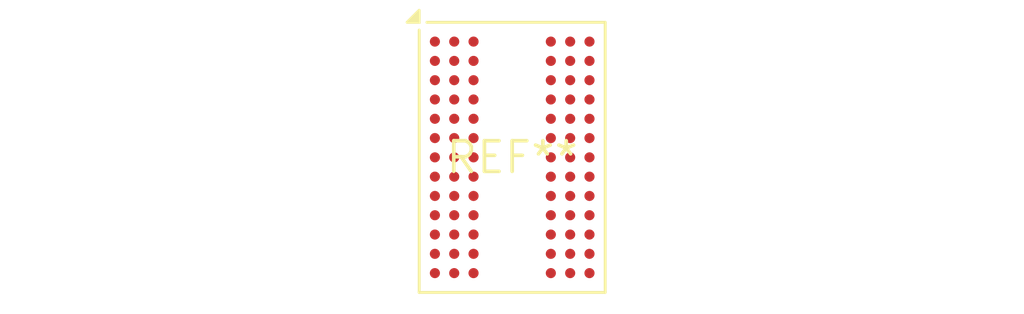
<source format=kicad_pcb>
(kicad_pcb (version 20240108) (generator pcbnew)
  (layers (0 "F.Cu" signal) (31 "B.Cu" signal) (34 "B.Paste" user) (35 "F.Paste" user) (36 "B.SilkS" user "B.Silkscreen") (37 "F.SilkS" user "F.Silkscreen") (38 "B.Mask" user) (39 "F.Mask" user) (44 "Edge.Cuts" user))
  (net 0 "")
  (footprint "FBGA-78_7.5x11mm_Layout2x3x13_P0.8mm" (layer "F.Cu") (at 0 0)
    (property "Reference" "REF**")
    (property "Value" "FBGA-78_7.5x11mm_Layout2x3x13_P0.8mm")
    (fp_line (start -3.85 5.6) (end -3.85 -5.28) (layer "F.SilkS") (stroke (width 0.12)))
    (fp_line (start -3.53 -5.6) (end 3.85 -5.6) (layer "F.SilkS") (stroke (width 0.12)))
    (fp_line (start 3.85 -5.6) (end 3.85 5.6) (layer "F.SilkS") (stroke (width 0.12)))
    (fp_line (start 3.85 5.6) (end -3.85 5.6) (layer "F.SilkS") (stroke (width 0.12)))
    (fp_poly (pts (xy -3.85 -5.6) (xy -4.35 -5.6) (xy -3.85 -6.1) (xy -3.85 -5.6)) (layer "F.SilkS") (stroke (width 0.12)) (fill solid))
    (pad "A1" smd circle (at -3.2 -4.8) (size 0.42 0.42) (property pad_prop_bga) (layers "F.Cu" "F.Paste" "F.Mask"))
    (pad "A2" smd circle (at -2.4 -4.8) (size 0.42 0.42) (property pad_prop_bga) (layers "F.Cu" "F.Paste" "F.Mask"))
    (pad "A3" smd circle (at -1.6 -4.8) (size 0.42 0.42) (property pad_prop_bga) (layers "F.Cu" "F.Paste" "F.Mask"))
    (pad "A7" smd circle (at 1.6 -4.8) (size 0.42 0.42) (property pad_prop_bga) (layers "F.Cu" "F.Paste" "F.Mask"))
    (pad "A8" smd circle (at 2.4 -4.8) (size 0.42 0.42) (property pad_prop_bga) (layers "F.Cu" "F.Paste" "F.Mask"))
    (pad "A9" smd circle (at 3.2 -4.8) (size 0.42 0.42) (property pad_prop_bga) (layers "F.Cu" "F.Paste" "F.Mask"))
    (pad "B1" smd circle (at -3.2 -4) (size 0.42 0.42) (property pad_prop_bga) (layers "F.Cu" "F.Paste" "F.Mask"))
    (pad "B2" smd circle (at -2.4 -4) (size 0.42 0.42) (property pad_prop_bga) (layers "F.Cu" "F.Paste" "F.Mask"))
    (pad "B3" smd circle (at -1.6 -4) (size 0.42 0.42) (property pad_prop_bga) (layers "F.Cu" "F.Paste" "F.Mask"))
    (pad "B7" smd circle (at 1.6 -4) (size 0.42 0.42) (property pad_prop_bga) (layers "F.Cu" "F.Paste" "F.Mask"))
    (pad "B8" smd circle (at 2.4 -4) (size 0.42 0.42) (property pad_prop_bga) (layers "F.Cu" "F.Paste" "F.Mask"))
    (pad "B9" smd circle (at 3.2 -4) (size 0.42 0.42) (property pad_prop_bga) (layers "F.Cu" "F.Paste" "F.Mask"))
    (pad "C1" smd circle (at -3.2 -3.2) (size 0.42 0.42) (property pad_prop_bga) (layers "F.Cu" "F.Paste" "F.Mask"))
    (pad "C2" smd circle (at -2.4 -3.2) (size 0.42 0.42) (property pad_prop_bga) (layers "F.Cu" "F.Paste" "F.Mask"))
    (pad "C3" smd circle (at -1.6 -3.2) (size 0.42 0.42) (property pad_prop_bga) (layers "F.Cu" "F.Paste" "F.Mask"))
    (pad "C7" smd circle (at 1.6 -3.2) (size 0.42 0.42) (property pad_prop_bga) (layers "F.Cu" "F.Paste" "F.Mask"))
    (pad "C8" smd circle (at 2.4 -3.2) (size 0.42 0.42) (property pad_prop_bga) (layers "F.Cu" "F.Paste" "F.Mask"))
    (pad "C9" smd circle (at 3.2 -3.2) (size 0.42 0.42) (property pad_prop_bga) (layers "F.Cu" "F.Paste" "F.Mask"))
    (pad "D1" smd circle (at -3.2 -2.4) (size 0.42 0.42) (property pad_prop_bga) (layers "F.Cu" "F.Paste" "F.Mask"))
    (pad "D2" smd circle (at -2.4 -2.4) (size 0.42 0.42) (property pad_prop_bga) (layers "F.Cu" "F.Paste" "F.Mask"))
    (pad "D3" smd circle (at -1.6 -2.4) (size 0.42 0.42) (property pad_prop_bga) (layers "F.Cu" "F.Paste" "F.Mask"))
    (pad "D7" smd circle (at 1.6 -2.4) (size 0.42 0.42) (property pad_prop_bga) (layers "F.Cu" "F.Paste" "F.Mask"))
    (pad "D8" smd circle (at 2.4 -2.4) (size 0.42 0.42) (property pad_prop_bga) (layers "F.Cu" "F.Paste" "F.Mask"))
    (pad "D9" smd circle (at 3.2 -2.4) (size 0.42 0.42) (property pad_prop_bga) (layers "F.Cu" "F.Paste" "F.Mask"))
    (pad "E1" smd circle (at -3.2 -1.6) (size 0.42 0.42) (property pad_prop_bga) (layers "F.Cu" "F.Paste" "F.Mask"))
    (pad "E2" smd circle (at -2.4 -1.6) (size 0.42 0.42) (property pad_prop_bga) (layers "F.Cu" "F.Paste" "F.Mask"))
    (pad "E3" smd circle (at -1.6 -1.6) (size 0.42 0.42) (property pad_prop_bga) (layers "F.Cu" "F.Paste" "F.Mask"))
    (pad "E7" smd circle (at 1.6 -1.6) (size 0.42 0.42) (property pad_prop_bga) (layers "F.Cu" "F.Paste" "F.Mask"))
    (pad "E8" smd circle (at 2.4 -1.6) (size 0.42 0.42) (property pad_prop_bga) (layers "F.Cu" "F.Paste" "F.Mask"))
    (pad "E9" smd circle (at 3.2 -1.6) (size 0.42 0.42) (property pad_prop_bga) (layers "F.Cu" "F.Paste" "F.Mask"))
    (pad "F1" smd circle (at -3.2 -0.8) (size 0.42 0.42) (property pad_prop_bga) (layers "F.Cu" "F.Paste" "F.Mask"))
    (pad "F2" smd circle (at -2.4 -0.8) (size 0.42 0.42) (property pad_prop_bga) (layers "F.Cu" "F.Paste" "F.Mask"))
    (pad "F3" smd circle (at -1.6 -0.8) (size 0.42 0.42) (property pad_prop_bga) (layers "F.Cu" "F.Paste" "F.Mask"))
    (pad "F7" smd circle (at 1.6 -0.8) (size 0.42 0.42) (property pad_prop_bga) (layers "F.Cu" "F.Paste" "F.Mask"))
    (pad "F8" smd circle (at 2.4 -0.8) (size 0.42 0.42) (property pad_prop_bga) (layers "F.Cu" "F.Paste" "F.Mask"))
    (pad "F9" smd circle (at 3.2 -0.8) (size 0.42 0.42) (property pad_prop_bga) (layers "F.Cu" "F.Paste" "F.Mask"))
    (pad "G1" smd circle (at -3.2 0) (size 0.42 0.42) (property pad_prop_bga) (layers "F.Cu" "F.Paste" "F.Mask"))
    (pad "G2" smd circle (at -2.4 0) (size 0.42 0.42) (property pad_prop_bga) (layers "F.Cu" "F.Paste" "F.Mask"))
    (pad "G3" smd circle (at -1.6 0) (size 0.42 0.42) (property pad_prop_bga) (layers "F.Cu" "F.Paste" "F.Mask"))
    (pad "G7" smd circle (at 1.6 0) (size 0.42 0.42) (property pad_prop_bga) (layers "F.Cu" "F.Paste" "F.Mask"))
    (pad "G8" smd circle (at 2.4 0) (size 0.42 0.42) (property pad_prop_bga) (layers "F.Cu" "F.Paste" "F.Mask"))
    (pad "G9" smd circle (at 3.2 0) (size 0.42 0.42) (property pad_prop_bga) (layers "F.Cu" "F.Paste" "F.Mask"))
    (pad "H1" smd circle (at -3.2 0.8) (size 0.42 0.42) (property pad_prop_bga) (layers "F.Cu" "F.Paste" "F.Mask"))
    (pad "H2" smd circle (at -2.4 0.8) (size 0.42 0.42) (property pad_prop_bga) (layers "F.Cu" "F.Paste" "F.Mask"))
    (pad "H3" smd circle (at -1.6 0.8) (size 0.42 0.42) (property pad_prop_bga) (layers "F.Cu" "F.Paste" "F.Mask"))
    (pad "H7" smd circle (at 1.6 0.8) (size 0.42 0.42) (property pad_prop_bga) (layers "F.Cu" "F.Paste" "F.Mask"))
    (pad "H8" smd circle (at 2.4 0.8) (size 0.42 0.42) (property pad_prop_bga) (layers "F.Cu" "F.Paste" "F.Mask"))
    (pad "H9" smd circle (at 3.2 0.8) (size 0.42 0.42) (property pad_prop_bga) (layers "F.Cu" "F.Paste" "F.Mask"))
    (pad "J1" smd circle (at -3.2 1.6) (size 0.42 0.42) (property pad_prop_bga) (layers "F.Cu" "F.Paste" "F.Mask"))
    (pad "J2" smd circle (at -2.4 1.6) (size 0.42 0.42) (property pad_prop_bga) (layers "F.Cu" "F.Paste" "F.Mask"))
    (pad "J3" smd circle (at -1.6 1.6) (size 0.42 0.42) (property pad_prop_bga) (layers "F.Cu" "F.Paste" "F.Mask"))
    (pad "J7" smd circle (at 1.6 1.6) (size 0.42 0.42) (property pad_prop_bga) (layers "F.Cu" "F.Paste" "F.Mask"))
    (pad "J8" smd circle (at 2.4 1.6) (size 0.42 0.42) (property pad_prop_bga) (layers "F.Cu" "F.Paste" "F.Mask"))
    (pad "J9" smd circle (at 3.2 1.6) (size 0.42 0.42) (property pad_prop_bga) (layers "F.Cu" "F.Paste" "F.Mask"))
    (pad "K1" smd circle (at -3.2 2.4) (size 0.42 0.42) (property pad_prop_bga) (layers "F.Cu" "F.Paste" "F.Mask"))
    (pad "K2" smd circle (at -2.4 2.4) (size 0.42 0.42) (property pad_prop_bga) (layers "F.Cu" "F.Paste" "F.Mask"))
    (pad "K3" smd circle (at -1.6 2.4) (size 0.42 0.42) (property pad_prop_bga) (layers "F.Cu" "F.Paste" "F.Mask"))
    (pad "K7" smd circle (at 1.6 2.4) (size 0.42 0.42) (property pad_prop_bga) (layers "F.Cu" "F.Paste" "F.Mask"))
    (pad "K8" smd circle (at 2.4 2.4) (size 0.42 0.42) (property pad_prop_bga) (layers "F.Cu" "F.Paste" "F.Mask"))
    (pad "K9" smd circle (at 3.2 2.4) (size 0.42 0.42) (property pad_prop_bga) (layers "F.Cu" "F.Paste" "F.Mask"))
    (pad "L1" smd circle (at -3.2 3.2) (size 0.42 0.42) (property pad_prop_bga) (layers "F.Cu" "F.Paste" "F.Mask"))
    (pad "L2" smd circle (at -2.4 3.2) (size 0.42 0.42) (property pad_prop_bga) (layers "F.Cu" "F.Paste" "F.Mask"))
    (pad "L3" smd circle (at -1.6 3.2) (size 0.42 0.42) (property pad_prop_bga) (layers "F.Cu" "F.Paste" "F.Mask"))
    (pad "L7" smd circle (at 1.6 3.2) (size 0.42 0.42) (property pad_prop_bga) (layers "F.Cu" "F.Paste" "F.Mask"))
    (pad "L8" smd circle (at 2.4 3.2) (size 0.42 0.42) (property pad_prop_bga) (layers "F.Cu" "F.Paste" "F.Mask"))
    (pad "L9" smd circle (at 3.2 3.2) (size 0.42 0.42) (property pad_prop_bga) (layers "F.Cu" "F.Paste" "F.Mask"))
    (pad "M1" smd circle (at -3.2 4) (size 0.42 0.42) (property pad_prop_bga) (layers "F.Cu" "F.Paste" "F.Mask"))
    (pad "M2" smd circle (at -2.4 4) (size 0.42 0.42) (property pad_prop_bga) (layers "F.Cu" "F.Paste" "F.Mask"))
    (pad "M3" smd circle (at -1.6 4) (size 0.42 0.42) (property pad_prop_bga) (layers "F.Cu" "F.Paste" "F.Mask"))
    (pad "M7" smd circle (at 1.6 4) (size 0.42 0.42) (property pad_prop_bga) (layers "F.Cu" "F.Paste" "F.Mask"))
    (pad "M8" smd circle (at 2.4 4) (size 0.42 0.42) (property pad_prop_bga) (layers "F.Cu" "F.Paste" "F.Mask"))
    (pad "M9" smd circle (at 3.2 4) (size 0.42 0.42) (property pad_prop_bga) (layers "F.Cu" "F.Paste" "F.Mask"))
    (pad "N1" smd circle (at -3.2 4.8) (size 0.42 0.42) (property pad_prop_bga) (layers "F.Cu" "F.Paste" "F.Mask"))
    (pad "N2" smd circle (at -2.4 4.8) (size 0.42 0.42) (property pad_prop_bga) (layers "F.Cu" "F.Paste" "F.Mask"))
    (pad "N3" smd circle (at -1.6 4.8) (size 0.42 0.42) (property pad_prop_bga) (layers "F.Cu" "F.Paste" "F.Mask"))
    (pad "N7" smd circle (at 1.6 4.8) (size 0.42 0.42) (property pad_prop_bga) (layers "F.Cu" "F.Paste" "F.Mask"))
    (pad "N8" smd circle (at 2.4 4.8) (size 0.42 0.42) (property pad_prop_bga) (layers "F.Cu" "F.Paste" "F.Mask"))
    (pad "N9" smd circle (at 3.2 4.8) (size 0.42 0.42) (property pad_prop_bga) (layers "F.Cu" "F.Paste" "F.Mask"))
  )
)
</source>
